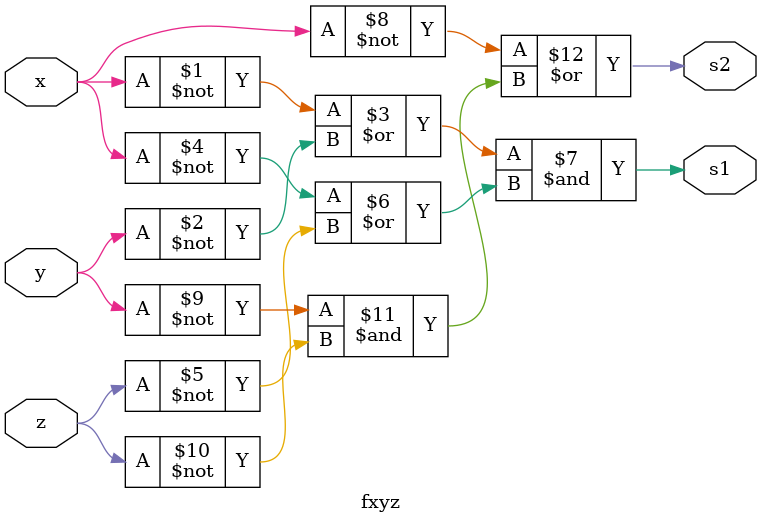
<source format=v>
/*
 Guia_0402
 Laura Iara Silva Santos Xavier - 734661
*/
module fxyz(output s1,output s2, input  x, y,z);
assign s1= (~x | ~y) &(~x | ~z);
assign s2= ~x | (~y&~z);
endmodule // fxyz
</source>
